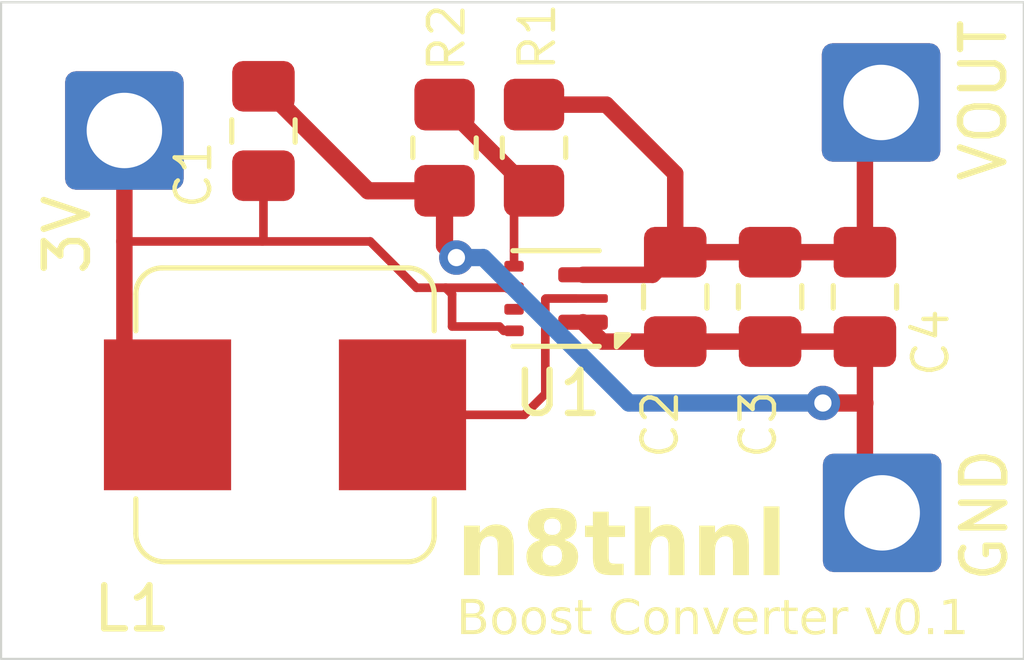
<source format=kicad_pcb>
(kicad_pcb (version 20240108) (generator "pcbnew") (generator_version "8.0")
  (layers (0 "F.Cu" signal) (31 "B.Cu" signal) (34 "B.Paste" user) (35 "F.Paste" user) (36 "B.SilkS" user "B.Silkscreen") (37 "F.SilkS" user "F.Silkscreen") (38 "B.Mask" user) (39 "F.Mask" user) (44 "Edge.Cuts" user))
  (net 0 "")
  (net 1 "Net-(U1-SW)")
  (net 2 "Net-(U1-FB)")
  (net 4 "+3V")
  (net 5 "GND")
  (net 6 "+5V")
  (footprint "Package_DFN_QFN:Texas_RWU0007A_VQFN-7_2x2mm_P0.5mm" (layer "F.Cu") (at 139.812 104.575 180)
    (property "Reference" "U1" (at -0.038 -2.2 180) (layer "F.SilkS"))
    (property "Value" "TPS61022")
    (fp_line (start 1 1.11) (end -1 1.11) (stroke (width 0.12)) (layer "F.SilkS"))
    (fp_line (start -1 -1.11) (end 1 -1.11) (stroke (width 0.12)) (layer "F.SilkS"))
    (fp_poly (pts (xy -1.4 -0.84) (xy -1.68 -0.84) (xy -1.4 -1.12) (xy -1.4 -0.84)) (stroke (width 0.12)) (fill solid) (layer "F.SilkS"))
    (pad "1" smd roundrect (at -0.625 -0.55 180) (size 1.15 0.35) (layers "F.Cu" "F.Mask") (net 5 "GND"))
    (pad "2" smd roundrect (at -0.475 0 180) (size 1.45 0.2) (layers "F.Cu" "F.Mask") (net 1 "Net-(U1-SW)"))
    (pad "3" smd roundrect (at -0.625 0.55 180) (size 1.15 0.35) (layers "F.Cu" "F.Mask") (net 6 "+5V"))
    (pad "4" smd roundrect (at 0.975 0.75 180) (size 0.45 0.25) (layers "F.Cu" "F.Paste" "F.Mask") (net 2 "Net-(U1-FB)"))
    (pad "5" smd roundrect (at 0.975 0.25 180) (size 0.45 0.25) (layers "F.Cu" "F.Paste" "F.Mask") (net 4 "+3V"))
    (pad "6" smd roundrect (at 0.975 -0.25 180) (size 0.45 0.25) (layers "F.Cu" "F.Paste" "F.Mask"))
    (pad "7" smd roundrect (at 0.975 -0.75 180) (size 0.45 0.25) (layers "F.Cu" "F.Paste" "F.Mask") (net 4 "+3V"))
  )
  (footprint "Capacitor_SMD:C_0805_2012Metric_Pad1.18x1.45mm_HandSolder" (layer "F.Cu") (at 146.975 104.5375 90)
    (property "Reference" "C4" (at -1.0625 1.525 270) (layer "F.SilkS") (effects (font (size 0.8 0.8) (thickness 0.1016))))
    (property "Value" "22uF")
    (fp_line (start -0.261252 -0.735) (end 0.261252 -0.735) (stroke (width 0.12)) (layer "F.SilkS"))
    (fp_line (start -0.261252 0.735) (end 0.261252 0.735) (stroke (width 0.12)) (layer "F.SilkS"))
    (pad "1" smd roundrect (at -1.0375 0 90) (size 1.175 1.45) (layers "F.Cu" "F.Paste" "F.Mask") (roundrect_rratio 0.212766) (net 5 "GND"))
    (pad "2" smd roundrect (at 1.0375 0 90) (size 1.175 1.45) (layers "F.Cu" "F.Paste" "F.Mask") (roundrect_rratio 0.212766) (net 6 "+5V"))
  )
  (footprint "Connector_Wire:SolderWire-1sqmm_1x01_D1.4mm_OD2.7mm" (layer "F.Cu") (at 129.8 100.675)
    (property "Reference" "3V" (at -1.325 2.425 -90) (layer "F.SilkS"))
    (property "Value" "SolderWire-1sqmm_1x01_D1.4mm_OD2.7mm" (hide yes))
    (pad "1" thru_hole roundrect (at 0 0) (size 2.75 2.75) (drill 1.75) (layers "*.Cu" "*.Mask") (roundrect_rratio 0.090909) (net 4 "+3V"))
  )
  (footprint "Connector_Wire:SolderWire-1sqmm_1x01_D1.4mm_OD2.7mm" (layer "F.Cu") (at 147.375 109.55)
    (property "Reference" "GND" (at 2.375 0.05 90) (layer "F.SilkS"))
    (property "Value" "SolderWire-1sqmm_1x01_D1.4mm_OD2.7mm" (hide yes))
    (pad "1" thru_hole roundrect (at 0 0) (size 2.75 2.75) (drill 1.75) (layers "*.Cu" "*.Mask") (roundrect_rratio 0.090909) (net 5 "GND"))
  )
  (footprint "Capacitor_SMD:C_0805_2012Metric_Pad1.18x1.45mm_HandSolder" (layer "F.Cu") (at 144.775 104.5375 90)
    (property "Reference" "C3" (at -2.9625 -0.275 270) (layer "F.SilkS") (effects (font (size 0.8 0.8) (thickness 0.1016))))
    (property "Value" "22uF")
    (fp_line (start -0.261252 -0.735) (end 0.261252 -0.735) (stroke (width 0.12)) (layer "F.SilkS"))
    (fp_line (start -0.261252 0.735) (end 0.261252 0.735) (stroke (width 0.12)) (layer "F.SilkS"))
    (pad "1" smd roundrect (at -1.0375 0 90) (size 1.175 1.45) (layers "F.Cu" "F.Paste" "F.Mask") (roundrect_rratio 0.212766) (net 5 "GND"))
    (pad "2" smd roundrect (at 1.0375 0 90) (size 1.175 1.45) (layers "F.Cu" "F.Paste" "F.Mask") (roundrect_rratio 0.212766) (net 6 "+5V"))
  )
  (footprint "Resistor_SMD:R_0805_2012Metric_Pad1.20x1.40mm_HandSolder" (layer "F.Cu") (at 137.225 101.075 -90)
    (property "Reference" "R2" (at -2.55 -0.05 90) (layer "F.SilkS") (effects (font (size 0.8 0.8) (thickness 0.1016))))
    (property "Value" "100k")
    (fp_line (start -0.227064 0.735) (end 0.227064 0.735) (stroke (width 0.12)) (layer "F.SilkS"))
    (fp_line (start -0.227064 -0.735) (end 0.227064 -0.735) (stroke (width 0.12)) (layer "F.SilkS"))
    (pad "1" smd roundrect (at -1 0 270) (size 1.2 1.4) (layers "F.Cu" "F.Paste" "F.Mask") (roundrect_rratio 0.208333) (net 2 "Net-(U1-FB)"))
    (pad "2" smd roundrect (at 1 0 270) (size 1.2 1.4) (layers "F.Cu" "F.Paste" "F.Mask") (roundrect_rratio 0.208333) (net 5 "GND"))
  )
  (footprint "Capacitor_SMD:C_0805_2012Metric_Pad1.18x1.45mm_HandSolder" (layer "F.Cu") (at 133.025 100.6875 90)
    (property "Reference" "C1" (at -1.0125 -1.625 270) (layer "F.SilkS") (effects (font (size 0.8 0.8) (thickness 0.1016))))
    (property "Value" "10uF")
    (fp_line (start -0.261252 -0.735) (end 0.261252 -0.735) (stroke (width 0.12)) (layer "F.SilkS"))
    (fp_line (start -0.261252 0.735) (end 0.261252 0.735) (stroke (width 0.12)) (layer "F.SilkS"))
    (pad "1" smd roundrect (at -1.0375 0 90) (size 1.175 1.45) (layers "F.Cu" "F.Paste" "F.Mask") (roundrect_rratio 0.212766) (net 4 "+3V"))
    (pad "2" smd roundrect (at 1.0375 0 90) (size 1.175 1.45) (layers "F.Cu" "F.Paste" "F.Mask") (roundrect_rratio 0.212766) (net 5 "GND"))
  )
  (footprint "Capacitor_SMD:C_0805_2012Metric_Pad1.18x1.45mm_HandSolder" (layer "F.Cu") (at 142.575 104.5375 90)
    (property "Reference" "C2" (at -2.9625 -0.35 270) (layer "F.SilkS") (effects (font (size 0.8 0.8) (thickness 0.1016))))
    (property "Value" "22uF")
    (fp_line (start -0.261252 -0.735) (end 0.261252 -0.735) (stroke (width 0.12)) (layer "F.SilkS"))
    (fp_line (start -0.261252 0.735) (end 0.261252 0.735) (stroke (width 0.12)) (layer "F.SilkS"))
    (pad "1" smd roundrect (at -1.0375 0 90) (size 1.175 1.45) (layers "F.Cu" "F.Paste" "F.Mask") (roundrect_rratio 0.212766) (net 5 "GND"))
    (pad "2" smd roundrect (at 1.0375 0 90) (size 1.175 1.45) (layers "F.Cu" "F.Paste" "F.Mask") (roundrect_rratio 0.212766) (net 6 "+5V"))
  )
  (footprint "Resistor_SMD:R_0805_2012Metric_Pad1.20x1.40mm_HandSolder" (layer "F.Cu") (at 139.3 101.075 -90)
    (property "Reference" "R1" (at -2.575 -0.075 90) (layer "F.SilkS") (effects (font (size 0.8 0.8) (thickness 0.1016))))
    (property "Value" "732k")
    (fp_line (start -0.227064 0.735) (end 0.227064 0.735) (stroke (width 0.12)) (layer "F.SilkS"))
    (fp_line (start -0.227064 -0.735) (end 0.227064 -0.735) (stroke (width 0.12)) (layer "F.SilkS"))
    (pad "1" smd roundrect (at -1 0 270) (size 1.2 1.4) (layers "F.Cu" "F.Paste" "F.Mask") (roundrect_rratio 0.208333) (net 6 "+5V"))
    (pad "2" smd roundrect (at 1 0 270) (size 1.2 1.4) (layers "F.Cu" "F.Paste" "F.Mask") (roundrect_rratio 0.208333) (net 2 "Net-(U1-FB)"))
  )
  (footprint "Inductor_SMD:L_Bourns_SRP7028A_7.3x6.6mm" (layer "F.Cu") (at 133.525 107.275)
    (property "Reference" "L1" (at -3.55 4.5 0) (layer "F.SilkS"))
    (property "Value" "1.0uH")
    (fp_line (start -3.46 -1.95) (end -3.46 -2.8) (stroke (width 0.12)) (layer "F.SilkS"))
    (fp_line (start -3.46 2.75) (end -3.46 1.95) (stroke (width 0.12)) (layer "F.SilkS"))
    (fp_line (start -2.85 -3.41) (end 2.85 -3.41) (stroke (width 0.12)) (layer "F.SilkS"))
    (fp_line (start 2.85 3.41) (end -2.8 3.41) (stroke (width 0.12)) (layer "F.SilkS"))
    (fp_line (start 3.46 -2.8) (end 3.46 -1.95) (stroke (width 0.12)) (layer "F.SilkS"))
    (fp_line (start 3.46 1.95) (end 3.46 2.8) (stroke (width 0.12)) (layer "F.SilkS"))
    (fp_arc (start -3.46 -2.8) (mid -3.281335 -3.231335) (end -2.85 -3.41) (stroke (width 0.12)) (layer "F.SilkS"))
    (fp_arc (start -2.8 3.41) (mid -3.26669 3.21669) (end -3.46 2.75) (stroke (width 0.12)) (layer "F.SilkS"))
    (fp_arc (start 2.85 -3.41) (mid 3.281335 -3.231335) (end 3.46 -2.8) (stroke (width 0.12)) (layer "F.SilkS"))
    (fp_arc (start 3.46 2.8) (mid 3.281335 3.231335) (end 2.85 3.41) (stroke (width 0.12)) (layer "F.SilkS"))
    (pad "1" smd rect (at -2.725 0) (size 2.95 3.5) (layers "F.Cu" "F.Paste" "F.Mask") (net 4 "+3V"))
    (pad "2" smd rect (at 2.725 0) (size 2.95 3.5) (layers "F.Cu" "F.Paste" "F.Mask") (net 1 "Net-(U1-SW)"))
  )
  (footprint "Connector_Wire:SolderWire-1sqmm_1x01_D1.4mm_OD2.7mm" (layer "F.Cu") (at 147.35 100.025)
    (property "Reference" "VOUT" (at 2.375 -0.05 -90) (layer "F.SilkS"))
    (property "Value" "SolderWire-1sqmm_1x01_D1.4mm_OD2.7mm" (hide yes))
    (pad "1" thru_hole roundrect (at 0 0) (size 2.75 2.75) (drill 1.75) (layers "*.Cu" "*.Mask") (roundrect_rratio 0.090909) (net 6 "+5V"))
  )
  (gr_rect (start 126.94 97.7) (end 150.66 112.94) (stroke (width 0.05)) (fill none) (layer "Edge.Cuts"))
  (gr_text "Boost Converter v0.1" (at 137.5 112.5 0) (layer "F.SilkS") (effects (font (size 0.8 0.8) (thickness 0.1)) (justify left bottom)))
  (gr_text "n8thnl" (at 137.5 111.25 0) (layer "F.SilkS") (effects (font (size 1.5 1.5) (thickness 0.3) (bold yes)) (justify left bottom)))
  (segment (start 139.575 104.575) (end 140.287 104.575) (width 0.2) (layer "F.Cu") (net 1))
  (segment (start 136.25 107.275) (end 139.075 107.275) (width 0.2) (layer "F.Cu") (net 1))
  (segment (start 139.562 106.788) (end 139.562 104.588) (width 0.2) (layer "F.Cu") (net 1))
  (segment (start 139.562 104.588) (end 139.575 104.575) (width 0.2) (layer "F.Cu") (net 1))
  (segment (start 139.075 107.275) (end 139.562 106.788) (width 0.2) (layer "F.Cu") (net 1))
  (segment (start 138.837 103.825) (end 138.837 102.538) (width 0.2) (layer "F.Cu") (net 2))
  (segment (start 139.3 102.075) (end 139.225 102.075) (width 0.381) (layer "F.Cu") (net 2))
  (segment (start 139.225 102.075) (end 137.225 100.075) (width 0.381) (layer "F.Cu") (net 2))
  (segment (start 138.837 102.538) (end 139.3 102.075) (width 0.2) (layer "F.Cu") (net 2))
  (segment (start 130.375 100.675) (end 129.8 100.675) (width 0.381) (layer "F.Cu") (net 4))
  (segment (start 133 103.25) (end 135.5 103.25) (width 0.2) (layer "F.Cu") (net 4))
  (segment (start 138.497614 105.225) (end 137.4 105.225) (width 0.2) (layer "F.Cu") (net 4))
  (segment (start 133.025 101.725) (end 133.025 103.225) (width 0.2) (layer "F.Cu") (net 4))
  (segment (start 137.25 104.325) (end 138.837 104.325) (width 0.2) (layer "F.Cu") (net 4))
  (segment (start 138.597614 105.325) (end 138.497614 105.225) (width 0.2) (layer "F.Cu") (net 4))
  (segment (start 133.025 103.225) (end 133 103.25) (width 0.2) (layer "F.Cu") (net 4))
  (segment (start 129.8 100.675) (end 129.8 103.25) (width 0.381) (layer "F.Cu") (net 4))
  (segment (start 129.8 103.25) (end 129.8 106.275) (width 0.381) (layer "F.Cu") (net 4))
  (segment (start 137.4 105.225) (end 137.4 104.475) (width 0.2) (layer "F.Cu") (net 4))
  (segment (start 129.8 106.275) (end 130.8 107.275) (width 0.381) (layer "F.Cu") (net 4))
  (segment (start 137.4 104.475) (end 137.25 104.325) (width 0.2) (layer "F.Cu") (net 4))
  (segment (start 138.837 105.325) (end 138.597614 105.325) (width 0.2) (layer "F.Cu") (net 4))
  (segment (start 135.5 103.25) (end 136.575 104.325) (width 0.2) (layer "F.Cu") (net 4))
  (segment (start 129.8 103.25) (end 133 103.25) (width 0.2) (layer "F.Cu") (net 4))
  (segment (start 136.575 104.325) (end 137.25 104.325) (width 0.2) (layer "F.Cu") (net 4))
  (segment (start 133.375 102.075) (end 133.025 101.725) (width 0.381) (layer "F.Cu") (net 4))
  (segment (start 137.5 103.625) (end 137.225 103.35) (width 0.4) (layer "F.Cu") (net 5))
  (segment (start 146.975 105.575) (end 146.975 107) (width 0.381) (layer "F.Cu") (net 5))
  (segment (start 142.575 105.575) (end 140.887 105.575) (width 0.381) (layer "F.Cu") (net 5))
  (segment (start 135.45 102.075) (end 133.025 99.65) (width 0.4) (layer "F.Cu") (net 5))
  (segment (start 146.975 107) (end 146.975 109.15) (width 0.381) (layer "F.Cu") (net 5))
  (segment (start 140.887 105.575) (end 140.437 105.125) (width 0.381) (layer "F.Cu") (net 5))
  (segment (start 144.775 105.575) (end 146.975 105.575) (width 0.381) (layer "F.Cu") (net 5))
  (segment (start 137.225 102.075) (end 135.45 102.075) (width 0.4) (layer "F.Cu") (net 5))
  (segment (start 146 107) (end 146.975 107) (width 0.4) (layer "F.Cu") (net 5))
  (segment (start 142.3095 105.8405) (end 142.575 105.575) (width 0.381) (layer "F.Cu") (net 5))
  (segment (start 146.975 109.15) (end 147.375 109.55) (width 0.381) (layer "F.Cu") (net 5))
  (segment (start 147.375 109.575) (end 147.375 109.55) (width 0.2) (layer "F.Cu") (net 5))
  (segment (start 142.575 105.575) (end 144.775 105.575) (width 0.381) (layer "F.Cu") (net 5))
  (segment (start 137.225 103.35) (end 137.225 102.075) (width 0.4) (layer "F.Cu") (net 5))
  (via blind (at 146 107) (size 0.8) (drill 0.4) (layers "F.Cu" "B.Cu") (net 5))
  (via blind (at 137.5 103.625) (size 0.8) (drill 0.4) (layers "F.Cu" "B.Cu") (net 5))
  (segment (start 138.125 103.625) (end 141.5 107) (width 0.4) (layer "B.Cu") (net 5))
  (segment (start 141.5 107) (end 146 107) (width 0.4) (layer "B.Cu") (net 5))
  (segment (start 137.5 103.625) (end 138.125 103.625) (width 0.4) (layer "B.Cu") (net 5))
  (segment (start 142.575 103.5) (end 144.775 103.5) (width 0.381) (layer "F.Cu") (net 6))
  (segment (start 144.775 103.5) (end 146.975 103.5) (width 0.381) (layer "F.Cu") (net 6))
  (segment (start 142.575 101.675) (end 140.975 100.075) (width 0.381) (layer "F.Cu") (net 6))
  (segment (start 140.437 104.025) (end 142.05 104.025) (width 0.381) (layer "F.Cu") (net 6))
  (segment (start 140.975 100.075) (end 139.3 100.075) (width 0.381) (layer "F.Cu") (net 6))
  (segment (start 142.05 104.025) (end 142.575 103.5) (width 0.381) (layer "F.Cu") (net 6))
  (segment (start 139 99.65) (end 138.85 99.65) (width 0.2) (layer "F.Cu") (net 6))
  (segment (start 142.575 103.5) (end 142.575 101.675) (width 0.381) (layer "F.Cu") (net 6))
  (segment (start 146.975 103.5) (end 146.975 100.4) (width 0.381) (layer "F.Cu") (net 6))
  (segment (start 140.437 104.025) (end 140.475 104.025) (width 0.2) (layer "F.Cu") (net 6))
  (segment (start 146.975 100.4) (end 147.35 100.025) (width 0.381) (layer "F.Cu") (net 6))
)
</source>
